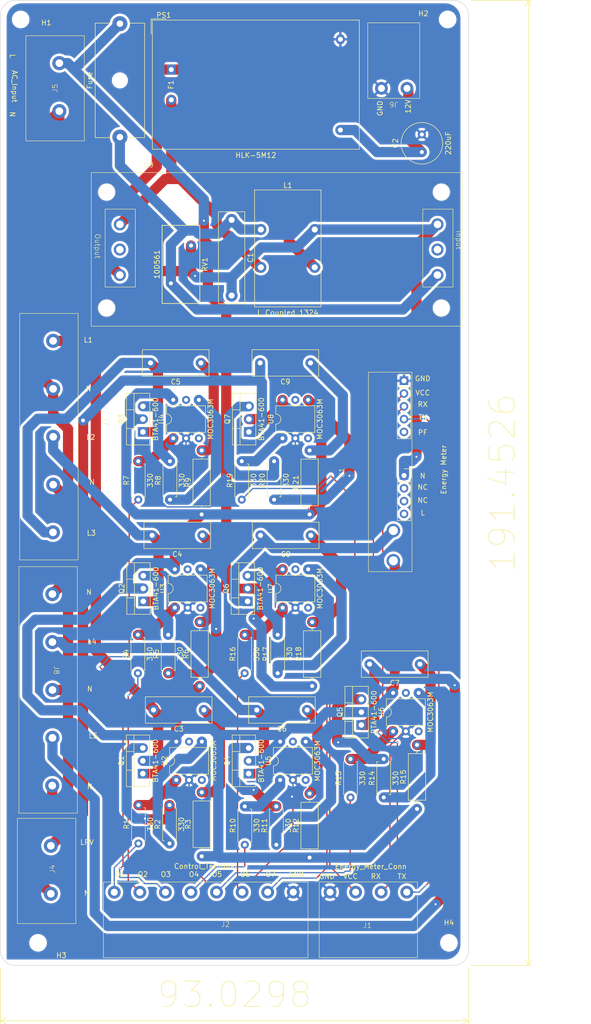
<source format=kicad_pcb>
(kicad_pcb (version 20241229) (generator "pcbnew") (generator_version "9.0")
  (layers (0 "F.Cu" signal) (2 "B.Cu" signal) (13 "F.Paste" user) (15 "B.Paste" user) (5 "F.SilkS" user "F.Silkscreen") (7 "B.SilkS" user "B.Silkscreen") (1 "F.Mask" user) (3 "B.Mask" user) (25 "Edge.Cuts" user))
  (net 0 "")
  (net 1 "/Lpv")
  (net 2 "/N")
  (net 3 "/GND")
  (net 4 "/12V")
  (net 5 "/L")
  (net 6 "/L5")
  (net 7 "/L2")
  (net 8 "/L4")
  (net 9 "/L3")
  (net 10 "/L1")
  (net 11 "/O2")
  (net 12 "/O3")
  (net 13 "/O7")
  (net 14 "/O5")
  (net 15 "/O4")
  (net 16 "/O1")
  (net 17 "/O6")
  (net 18 "/TX")
  (net 19 "/VCC")
  (net 20 "/RX")
  (net 22 "/Meter_out")
  (net 26 "Net-(C1-Pad1)")
  (net 27 "Net-(C5-Pad1)")
  (net 28 "/L(M.N)")
  (net 29 "Net-(R10-Pad2)")
  (net 30 "Net-(Q4-G)")
  (net 31 "Net-(R11-Pad1)")
  (net 32 "Net-(C6-Pad1)")
  (net 33 "Net-(R13-Pad2)")
  (net 34 "Net-(R14-Pad1)")
  (net 35 "Net-(Q5-G)")
  (net 36 "Net-(C7-Pad1)")
  (net 37 "Net-(R1-Pad2)")
  (net 38 "Net-(R2-Pad1)")
  (net 39 "Net-(Q1-G)")
  (net 40 "Net-(C3-Pad1)")
  (net 41 "Net-(R16-Pad2)")
  (net 42 "Net-(R17-Pad1)")
  (net 43 "Net-(Q6-G)")
  (net 44 "Net-(C8-Pad1)")
  (net 45 "Net-(R4-Pad2)")
  (net 46 "Net-(Q2-G)")
  (net 47 "Net-(R5-Pad1)")
  (net 48 "Net-(C4-Pad1)")
  (net 49 "Net-(R19-Pad2)")
  (net 50 "Net-(R20-Pad1)")
  (net 51 "Net-(Q7-G)")
  (net 52 "Net-(C9-Pad1)")
  (net 53 "Net-(R7-Pad2)")
  (net 54 "Net-(R8-Pad1)")
  (net 55 "Net-(Q3-G)")
  (net 70 "Net-(PS1-AC{slash}N)")
  (net 71 "Net-(PS1-AC{slash}L)")
  (footprint "Varistor:RV_Disc_D15.5mm_W7.5mm_P7.5mm" (layer "F.Cu") (at 182.245 111.379 90)
    (property "Reference" "RV1")
    (property "Value" "10D561")
  )
  (footprint "Capacitor_THT:C_Rect_L13.0mm_W5.0mm_P10.00mm_FKS3_FKP3_MKS4" (layer "F.Cu") (at 210.0498 161.3766 180)
    (property "Reference" "C8")
    (property "Value" "0.01µF")
  )
  (footprint "Converter_ACDC:Converter_ACDC_Hi-Link_HLK-5Mxx" (layer "F.Cu") (at 182.3227 68.9703)
    (property "Reference" "PS1")
    (property "Value" "HLK-5M12")
  )
  (footprint "MountingHole:MountingHole_3mm" (layer "F.Cu") (at 237.49 242.2144)
    (property "Reference" "H4")
    (property "Value" "MountingHole")
  )
  (footprint "Package_DIP:DIP-6_W7.62mm" (layer "F.Cu") (at 204.444 175.7276 90)
    (property "Reference" "U7")
    (property "Value" "MOC3063M")
  )
  (footprint "Capacitor_THT:C_Rect_L13.0mm_W5.0mm_P10.00mm_FKS3_FKP3_MKS4" (layer "F.Cu") (at 209.3081 196.0222 180)
    (property "Reference" "C6")
    (property "Value" "0.01µF")
  )
  (footprint "Resistor_THT:R_Axial_DIN0207_L6.3mm_D2.5mm_P7.62mm_Horizontal" (layer "F.Cu") (at 175.6859 188.722 90)
    (property "Reference" "R4")
    (property "Value" "330")
  )
  (footprint "Resistor_THT:R_Axial_DIN0207_L6.3mm_D2.5mm_P7.62mm_Horizontal" (layer "F.Cu") (at 196.9002 188.722 90)
    (property "Reference" "R16")
    (property "Value" "330")
  )
  (footprint "Resistor_THT:R_Axial_DIN0309_L9.0mm_D3.2mm_P12.70mm_Horizontal" (layer "F.Cu") (at 209.804 157.226 90)
    (property "Reference" "R21")
    (property "Value" "100")
  )
  (footprint "Capacitor_THT:C_Rect_L18.0mm_W5.0mm_P15.00mm_FKS3_FKP3" (layer "F.Cu") (at 194.31 98.799 -90)
    (property "Reference" "C1")
    (property "Value" "0.1uF/275V")
  )
  (footprint "smart_meter:RPC2" (layer "F.Cu") (at 168.2569 227.4692 -90)
    (property "Reference" "J4")
    (property "Value" "PV")
  )
  (footprint "Resistor_THT:R_Axial_DIN0207_L6.3mm_D2.5mm_P7.62mm_Horizontal" (layer "F.Cu") (at 196.9262 222.758 90)
    (property "Reference" "R10")
    (property "Value" "330")
  )
  (footprint "Resistor_THT:R_Axial_DIN0309_L9.0mm_D3.2mm_P12.70mm_Horizontal" (layer "F.Cu") (at 187.96 191.262 90)
    (property "Reference" "R6")
    (property "Value" "100")
  )
  (footprint "Package_TO_SOT_THT:TO-220-3_Vertical" (layer "F.Cu") (at 176.7549 174.4626 90)
    (property "Reference" "Q2")
    (property "Value" "BTA41-600")
  )
  (footprint "smart_meter:AC_filter" (layer "F.Cu") (at 240.119 89.408 -90)
    (property "Reference" "U9")
    (property "Value" "~")
    (fp_circle (center 3.875 70.635) (end 5.575 70.635) (stroke (width 0.1)) (fill no) (layer "Edge.Cuts"))
    (fp_circle (center 26.875 70.635) (end 28.575 70.635) (stroke (width 0.1)) (fill no) (layer "Edge.Cuts"))
    (fp_circle (center 3.875 4.135) (end 5.575 4.135) (stroke (width 0.1)) (fill no) (layer "Edge.Cuts"))
    (fp_circle (center 26.875 4.135) (end 28.575 4.135) (stroke (width 0.1)) (fill no) (layer "Edge.Cuts"))
  )
  (footprint "Fuse:Fuseholder_Cylinder-5x20mm_Schurter_0031_8201_Horizontal_Open" (layer "F.Cu") (at 172.1104 59.87 -90)
    (property "Reference" "F1")
    (property "Value" "Fuse")
  )
  (footprint "Package_DIP:DIP-6_W7.62mm" (layer "F.Cu") (at 226.3911 200.253 90)
    (property "Reference" "U6")
    (property "Value" "MOC3063M")
  )
  (footprint "MountingHole:MountingHole_3mm" (layer "F.Cu") (at 152.4 59.0296)
    (property "Reference" "H1")
    (property "Value" "MountingHole")
  )
  (footprint "Package_TO_SOT_THT:TO-220-3_Vertical" (layer "F.Cu") (at 220.0919 198.988 90)
    (property "Reference" "Q5")
    (property "Value" "BTA41-600")
  )
  (footprint "Resistor_THT:R_Axial_DIN0309_L9.0mm_D3.2mm_P12.70mm_Horizontal" (layer "F.Cu") (at 188.3696 225.044 90)
    (property "Reference" "R3")
    (property "Value" "100")
  )
  (footprint "smart_meter:RC4" (layer "F.Cu") (at 221.2308 223.5398)
    (property "Reference" "J1")
    (property "Value" "Energy_Meter_Conn")
  )
  (footprint "Package_DIP:DIP-6_W7.62mm" (layer "F.Cu") (at 204.4259 142.1234 90)
    (property "Reference" "U8")
    (property "Value" "MOC3063M")
  )
  (footprint "Capacitor_THT:C_Rect_L13.0mm_W5.0mm_P10.00mm_FKS3_FKP3_MKS4" (layer "F.Cu") (at 231.7175 186.923 180)
    (property "Reference" "C7")
    (property "Value" "0.01µF")
  )
  (footprint "Capacitor_THT:C_Radial_D8.0mm_H11.5mm_P3.50mm" (layer "F.Cu") (at 232.1052 85.344 90)
    (property "Reference" "C2")
    (property "Value" "220uF")
  )
  (footprint "Package_DIP:DIP-6_W7.62mm" (layer "F.Cu") (at 182.7181 142.1234 90)
    (property "Reference" "U4")
    (property "Value" "MOC3063M")
  )
  (footprint "Resistor_THT:R_Axial_DIN0207_L6.3mm_D2.5mm_P7.62mm_Horizontal" (layer "F.Cu") (at 181.7057 188.722 90)
    (property "Reference" "R5")
    (property "Value" "330")
  )
  (footprint "Resistor_THT:R_Axial_DIN0207_L6.3mm_D2.5mm_P7.62mm_Horizontal" (layer "F.Cu") (at 196.3233 154.29 90)
    (property "Reference" "R19")
    (property "Value" "330")
  )
  (footprint "MountingHole:MountingHole_3mm" (layer "F.Cu") (at 237.236 59.0296)
    (property "Reference" "H2")
    (property "Value" "MountingHole")
  )
  (footprint "smart_meter:RPC5" (layer "F.Cu") (at 168.5517 188.9828 -90)
    (property "Reference" "J8")
    (property "Value" "Loads2")
  )
  (footprint "Resistor_THT:R_Axial_DIN0309_L9.0mm_D3.2mm_P12.70mm_Horizontal" (layer "F.Cu") (at 231.14 215.646 90)
    (property "Reference" "R15")
    (property "Value" "100")
  )
  (footprint "smart_meter:RC2" (layer "F.Cu") (at 226.41435 79.3004 180)
    (property "Reference" "J6")
    (property "Value" "DC_out")
  )
  (footprint "Resistor_THT:R_Axial_DIN0207_L6.3mm_D2.5mm_P7.62mm_Horizontal" (layer "F.Cu") (at 175.7966 222.504 90)
    (property "Reference" "R1")
    (property "Value" "330")
  )
  (footprint "Capacitor_THT:C_Rect_L13.0mm_W5.0mm_P10.00mm_FKS3_FKP3_MKS4" (layer "F.Cu") (at 188.2007 127.1628 180)
    (property "Reference" "C5")
    (property "Value" "0.01µF")
  )
  (footprint "Resistor_THT:R_Axial_DIN0207_L6.3mm_D2.5mm_P7.62mm_Horizontal" (layer "F.Cu") (at 175.7585 154.29 90)
    (property "Reference" "R7")
    (property "Value" "330")
  )
  (footprint "Package_TO_SOT_THT:TO-220-3_Vertical" (layer "F.Cu") (at 176.6696 208.646 90)
    (property "Reference" "Q1")
    (property "Value" "BTA41-600")
  )
  (footprint "Resistor_THT:R_Axial_DIN0309_L9.0mm_D3.2mm_P12.70mm_Horizontal" (layer "F.Cu") (at 209.804 225.298 90)
    (property "Reference" "R12")
    (property "Value" "100")
  )
  (footprint "MountingHole:MountingHole_3mm" (layer "F.Cu") (at 155.8544 242.2144)
    (property "Reference" "H3")
    (property "Value" "MountingHole")
  )
  (footprint "Resistor_THT:R_Axial_DIN0309_L9.0mm_D3.2mm_P12.70mm_Horizontal" (layer "F.Cu") (at 188.3569 157.226 90)
    (property "Reference" "R9")
    (property "Value" "100")
  )
  (footprint "Capacitor_THT:C_Rect_L13.0mm_W5.0mm_P10.00mm_FKS3_FKP3_MKS4" (layer "F.Cu") (at 209.9847 127.1628 180)
    (property "Reference" "C9")
    (property "Value" "0.01µF")
  )
  (footprint "Package_TO_SOT_THT:TO-220-3_Vertical" (layer "F.Cu") (at 197.7003 208.646 90)
    (property "Reference" "Q4")
    (property "Value" "BTA41-600")
  )
  (footprint "Resistor_THT:R_Axial_DIN0207_L6.3mm_D2.5mm_P7.62mm_Horizontal" (layer "F.Cu") (at 182.0577 154.29 90)
    (property "Reference" "R8")
    (property "Value" "330")
  )
  (footprint "smart_meter:RPC2" (layer "F.Cu") (at 169.9421 72.204 -90)
    (property "Reference" "J5")
    (property "Value" "AC_Input")
  )
  (footprint "Package_TO_SOT_THT:TO-220-3_Vertical" (layer "F.Cu") (at 176.6823 140.8584 90)
    (property "Reference" "Q3")
    (property "Value" "BTA41-600")
  )
  (footprint "Capacitor_THT:C_Rect_L13.0mm_W5.0mm_P10.00mm_FKS3_FKP3_MKS4" (layer "F.Cu") (at 188.5129 161.3766 180)
    (property "Reference" "C4")
    (property "Value" "0.01µF")
  )
  (footprint "Inductor_THT:L_CommonMode_Wuerth_WE-CMB-M" (layer "F.Cu") (at 200.12 100.704)
    (property "Reference" "L1")
    (property "Value" "L_Coupled_1324")
  )
  (footprint "smart_meter:Energy_meter" (layer "F.Cu") (at 216.6736 148.9408 90)
    (property "Reference" "U1")
    (property "Value" "~")
  )
  (footprint "Resistor_THT:R_Axial_DIN0207_L6.3mm_D2.5mm_P7.62mm_Horizontal" (layer "F.Cu") (at 202.7495 154.29 90)
    (property "Reference" "R20")
    (property "Value" "330")
  )
  (footprint "Resistor_THT:R_Axial_DIN0207_L6.3mm_D2.5mm_P7.62mm_Horizontal" (layer "F.Cu") (at 203.2 222.758 90)
    (property "Reference" "R11")
    (property "Value" "330")
  )
  (footprint "Resistor_THT:R_Axial_DIN0207_L6.3mm_D2.5mm_P7.62mm_Horizontal" (layer "F.Cu") (at 217.932 213.36 90)
    (property "Reference" "R13")
    (property "Value" "330")
  )
  (footprint "smart_meter:RPC5" (layer "F.Cu") (at 168.698 138.7504 -90)
    (property "Reference" "J7")
    (property "Value" "Loads1")
  )
  (footprint "Resistor_THT:R_Axial_DIN0207_L6.3mm_D2.5mm_P7.62mm_Horizontal" (layer "F.Cu") (at 181.9688 222.504 90)
    (property "Reference" "R2")
    (property "Value" "330")
  )
  (footprint "Package_TO_SOT_THT:TO-220-3_Vertical" (layer "F.Cu") (at 197.4844 174.4626 90)
    (property "Reference" "Q6")
    (property "Value" "BTA41-600")
  )
  (footprint "Resistor_THT:R_Axial_DIN0309_L9.0mm_D3.2mm_P12.70mm_Horizontal" (layer "F.Cu") (at 210.312 191.262 90)
    (property "Reference" "R18")
    (property "Value" "100")
  )
  (footprint "smart_meter:RC8" (layer "F.Cu") (at 192.024 223.9662)
    (property "Reference" "J2")
    (property "Value" "Control_Terminal")
  )
  (footprint "Package_DIP:DIP-6_W7.62mm" (layer "F.Cu") (at 203.9487 209.911 90)
    (property "Reference" "U5")
    (property "Value" "MOC3063M")
  )
  (footprint "Package_TO_SOT_THT:TO-220-3_Vertical" (layer "F.Cu") (at 197.7457 140.8584 90)
    (property "Reference" "Q7")
    (property "Value" "BTA41-600")
  )
  (footprint "Package_DIP:DIP-6_W7.62mm" (layer "F.Cu") (at 183.315 209.911 90)
    (property "Reference" "U2")
    (property "Value" "MOC3063M")
  )
  (footprint "Capacitor_THT:C_Rect_L13.0mm_W5.0mm_P10.00mm_FKS3_FKP3_MKS4" (layer "F.Cu") (at 188.7976 196.0222 180)
    (property "Reference" "C3")
    (property "Value" "0.01µF")
  )
  (footprint "Resistor_THT:R_Axial_DIN0207_L6.3mm_D2.5mm_P7.62mm_Horizontal" (layer "F.Cu") (at 224.536 213.36 90)
    (property "Reference" "R14")
    (property "Value" "330")
  )
  (footprint "Package_DIP:DIP-6_W7.62mm" (layer "F.Cu") (at 183.0303 175.7276 90)
    (property "Reference" "U3")
    (property "Value" "MOC3063M")
  )
  (footprint "Resistor_THT:R_Axial_DIN0207_L6.3mm_D2.5mm_P7.62mm_Horizontal" (layer "F.Cu") (at 203.4534 188.722 90)
    (property "Reference" "R17")
    (property "Value" "330")
  )
  (gr_arc (start 241.395 243.6986) (mid 240.51632 245.81992) (end 238.395 246.6986) (stroke (width 0.1)) (layer "Edge.Cuts"))
  (gr_arc (start 151.3652 246.6986) (mid 149.24388 245.81992) (end 148.3652 243.6986) (stroke (width 0.1)) (layer "Edge.Cuts"))
  (gr_arc (start 148.3652 58.246) (mid 149.24388 56.12468) (end 151.3652 55.246) (stroke (width 0.1)) (layer "Edge.Cuts"))
  (gr_line (start 151.3652 55.246) (end 238.395 55.246) (stroke (width 0.1)) (layer "Edge.Cuts"))
  (gr_line (start 148.3652 243.6986) (end 148.3652 58.246) (stroke (width 0.1)) (layer "Edge.Cuts"))
  (gr_line (start 241.395 58.246) (end 241.395 243.6986) (stroke (width 0.1)) (layer "Edge.Cuts"))
  (gr_line (start 238.395 246.6986) (end 151.3652 246.6986) (stroke (width 0.1)) (layer "Edge.Cuts"))
  (gr_arc (start 238.395 55.246) (mid 240.51632 56.12468) (end 241.395 58.246) (stroke (width 0.1)) (layer "Edge.Cuts"))
  (gr_text "GND" (at 230.655953 130.8608 0) (layer "F.SilkS") (effects (font (size 1 1)) (justify left bottom)))
  (gr_text "L" (at 231.775 157.48 0) (layer "F.SilkS") (effects (font (size 1 1)) (justify left bottom)))
  (gr_text "L5" (at 165.8112 201.7268 0) (layer "F.SilkS") (effects (font (size 1 1)) (justify left bottom)))
  (gr_text "TX" (at 229.108 229.616 0) (layer "F.SilkS") (effects (font (size 1 1)) (justify right bottom)))
  (gr_text "LPV" (at 164.1348 222.8596 0) (layer "F.SilkS") (effects (font (size 1 1)) (justify left bottom)))
  (gr_text "NC" (at 231.155953 155.0162 0) (layer "F.SilkS") (effects (font (size 1 1)) (justify left bottom)))
  (gr_text "N" (at 165.9636 151.384 0) (layer "F.SilkS") (effects (font (size 1 1)) (justify left bottom)))
  (gr_text "N" (at 165.2524 132.8928 0) (layer "F.SilkS") (effects (font (size 1 1)) (justify left bottom)))
  (gr_text "O6" (at 195.8901 229.211 0) (layer "F.SilkS") (effects (font (size 1 1)) (justify left bottom)))
  (gr_text "N" (at 150.1648 77.216 270) (layer "F.SilkS") (effects (font (size 1 1)) (justify left bottom)))
  (gr_text "N" (at 165.5064 211.7852 0) (layer "F.SilkS") (effects (font (size 1 1)) (justify left bottom)))
  (gr_text "O1" (at 170.9981 229.211 0) (layer "F.SilkS") (effects (font (size 1 1)) (justify left bottom)))
  (gr_text "TX" (at 231.322619 138.5316 0) (layer "F.SilkS") (effects (font (size 1 1)) (justify left bottom)))
  (gr_text "GND" (at 214.884 229.616 0) (layer "F.SilkS") (effects (font (size 1 1)) (justify right bottom)))
  (gr_text "RX" (at 231.203572 135.9662 0) (layer "F.SilkS") (effects (font (size 1 1)) (justify left bottom)))
  (gr_text "L4" (at 165.608 183.0324 0) (layer "F.SilkS") (effects (font (size 1 1)) (justify left bottom)))
  (gr_text "O2" (at 175.5701 229.211 0) (layer "F.SilkS") (effects (font (size 1 1)) (justify left bottom)))
  (gr_text "L3" (at 165.4556 161.4932 0) (layer "F.SilkS") (effects (font (size 1 1)) (justify left bottom)))
  (gr_text "O3" (at 180.1421 229.211 0) (layer "F.SilkS") (effects (font (size 1 1)) (justify left bottom)))
  (gr_text "GND" (at 205.5421 229.211 0) (layer "F.SilkS") (effects (font (size 1 1)) (justify left bottom)))
  (gr_text "O5" (at 190.3021 229.211 0) (layer "F.SilkS") (effects (font (size 1 1)) (justify left bottom)))
  (gr_text "NC" (at 231.155953 152.4 0) (layer "F.SilkS") (effects (font (size 1 1)) (justify left bottom)))
  (gr_text "N" (at 231.655953 150.1648 0) (layer "F.SilkS") (effects (font (size 1 1)) (justify left bottom)))
  (gr_text "N" (at 165.5064 192.4304 0) (layer "F.SilkS") (effects (font (size 1 1)) (justify left bottom)))
  (gr_text "12V" (at 229.9703 77.7764 90) (layer "F.SilkS") (effects (font (size 1 1)) (justify left bottom)))
  (gr_text "L2" (at 165.354 142.494 0) (layer "F.SilkS") (effects (font (size 1 1)) (justify left bottom)))
  (gr_text "GND" (at 224.3823 78.2844 90) (layer "F.SilkS") (effects (font (size 1 1)) (justify left bottom)))
  (gr_text "O7" (at 200.9701 229.211 0) (layer "F.SilkS") (effects (font (size 1 1)) (justify left bottom)))
  (gr_text "PF" (at 231.251191 141.5542 0) (layer "F.SilkS") (effects (font (size 1 1)) (justify left bottom)))
  (gr_text "L1" (at 164.846 123.19 0) (layer "F.SilkS") (effects (font (size 1 1)) (justify left bottom)))
  (gr_text "L" (at 150.1648 65.786 270) (layer "F.SilkS") (effects (font (size 1 1)) (justify left bottom)))
  (gr_text "Energy Meter" (at 237.035391 153.3144 90) (layer "F.SilkS") (effects (font (size 1 1)) (justify left bottom)))
  (gr_text "N" (at 164.8968 232.918 0) (layer "F.SilkS") (effects (font (size 1 1)) (justify left bottom)))
  (gr_text "RX" (at 224.028 229.616 0) (layer "F.SilkS") (effects (font (size 1 1)) (justify right bottom)))
  (gr_text "VCC" (at 230.751191 133.6802 0) (layer "F.SilkS") (effects (font (size 1 1)) (justify left bottom)))
  (gr_text "N" (at 165.354 173.228 0) (layer "F.SilkS") (effects (font (size 1 1)) (justify left bottom)))
  (gr_text "O4" (at 185.7301 229.211 0) (layer "F.SilkS") (effects (font (size 1 1)) (justify left bottom)))
  (gr_text "VCC" (at 219.456 229.616 0) (layer "F.SilkS") (effects (font (size 1 1)) (justify right bottom)))
  (dimension (type orthogonal) (layer "F.SilkS") (pts (xy 241.395 55.246) (xy 241.395 246.6986)) (height 11.8938) (orientation 1) (format (prefix "") (suffix "") (units 3) (units_format 0) (precision 4) (suppress_zeroes yes)) (style (thickness 0.15) (arrow_length 1.27) (text_position_mode 0) (arrow_direction outward) (extension_height 0.58642) (extension_offset 0.5) (keep_text_aligned yes)) (gr_text "191.4526" (at 248.1388 150.9723 90) (layer "F.SilkS") (effects (font (size 5 5) (thickness 0.15)))))
  (dimension (type orthogonal) (layer "F.SilkS") (pts (xy 241.395 246.6986) (xy 148.3652 246.6986)) (height 10.959) (orientation 0) (format (prefix "") (suffix "") (units 3) (units_format 0) (precision 4) (suppress_zeroes yes)) (style (thickness 0.15) (arrow_length 1.27) (text_position_mode 0) (arrow_direction outward) (extension_height 0.58642) (extension_offset 0.5) (keep_text_aligned yes)) (gr_text "93.0298" (at 194.8801 252.5076 0) (layer "F.SilkS") (effects (font (size 5 5) (thickness 0.15)))))
  (segment (start 164.7884 216.5672) (end 164.7884 138.5771) (width 2.032) (layer "F.Cu") (net 1))
  (segment (start 158.3944 222.9612) (end 164.7884 216.5672) (width 2.032) (layer "F.Cu") (net 1))
  (via (at 164.7884 138.5771) (size 1.27) (drill 0.762) (layers "F.Cu" "B.Cu") (net 1))
  (segment (start 172.7002 130.6653) (end 199.9847 130.6653) (width 2.032) (layer "B.Cu") (net 1))
  (segment (start 200.3257 131.0063) (end 200.3257 139.2905) (width 2.032) (layer "B.Cu") (net 1))
  (segment (start 199.9847 127.1628) (end 199.9847 130.6653) (width 2.032) (layer "B.Cu") (net 1))
  (segment (start 164.7884 138.5771) (end 172.7002 130.6653) (width 2.032) (layer "B.Cu") (net 1))
  (segment (start 200.3257 139.2905) (end 198.7578 140.8584) (width 2.032) (layer "B.Cu") (net 1))
  (segment (start 198.7578 140.8584) (end 197.7457 140.8584) (width 2.032) (layer "B.Cu") (net 1))
  (segment (start 199.9847 130.6653) (end 200.3257 131.0063) (width 2.032) (layer "B.Cu") (net 1))
  (segment (start 161.7879 192.0508) (end 161.8147 192.024) (width 2.032) (layer "F.Cu") (net 2))
  (segment (start 161.8147 154.2671) (end 161.8147 156.3124) (width 2.032) (layer "F.Cu") (net 2))
  (segment (start 161.8147 156.3124) (end 161.8147 171.45) (width 2.032) (layer "F.Cu") (net 2))
  (segment (start 160.0796 77.216) (end 154.2796 83.016) (width 2.032) (layer "F.Cu") (net 2))
  (segment (start 160.274 171.45) (end 161.8147 171.45) (width 2.032) (layer "F.Cu") (net 2))
  (segment (start 186.245 108.9465) (end 186.245 109.1066) (width 2.032) (layer "F.Cu") (net 2))
  (segment (start 158.86 151.3124) (end 161.8147 154.2671) (width 2.032) (layer "F.Cu") (net 2))
  (segment (start 158.8455 132.3124) (end 158.8455 137.3124) (width 2.032) (layer "F.Cu") (net 2))
  (segment (start 161.8147 192.024) (end 161.8147 196.36) (width 2.032) (layer "F.Cu") (net 2))
  (segment (start 160.0796 101.5595) (end 170.9738 112.4537) (width 2.032) (layer "F.Cu") (net 2))
  (segment (start 153.7716 227.8584) (end 153.7716 220.3684) (width 2.032) (layer "F.Cu") (net 2))
  (segment (start 176.7699 112.4537) (end 180.2771 108.9465) (width 2.032) (layer "F.Cu") (net 2))
  (segment (start 156.5392 217.6008) (end 158.818 215.322) (width 2.032) (layer "F.Cu") (net 2))
  (segment (start 154.2796 127.7465) (end 158.8455 132.3124) (width 2.032) (layer "F.Cu") (net 2))
  (segment (start 186.245 103.879) (end 186.245 108.9465) (width 2.032) (layer "F.Cu") (net 2))
  (segment (start 158.7137 192.0508) (end 161.7879 192.0508) (width 2.032) (layer "F.Cu") (net 2))
  (segment (start 158.6717 211.0128) (end 158.6717 215.4683) (width 2.032) (layer "F.Cu") (net 2))
  (segment (start 170.9738 112.4537) (end 176.7699 112.4537) (width 2.032) (layer "F.Cu") (net 2))
  (segment (start 161.8147 171.45) (end 161.8147 177.334) (width 2.032) (layer "F.Cu") (net 2))
  (segment (start 161.8147 196.36) (end 161.8147 212.3253) (width 2.032) (layer "F.Cu") (net 2))
  (segment (start 161.8147 177.334) (end 161.8147 192.024) (width 2.032) (layer "F.Cu") (net 2))
  (segment (start 158.6992 173.0248) (end 160.274 171.45) (width 2.032) (layer "F.Cu") (net 2))
  (segment (start 161.8147 140.2816) (end 161.8147 156.3124) (width 2.032) (layer "F.Cu") (net 2))
  (segment (start 161.8147 212.3253) (end 158.818 215.322) (width 2.032) (layer "F.Cu") (net 2))
  (segment (start 158.8455 137.3124) (end 161.8147 140.2816) (width 2.032) (layer "F.Cu") (net 2))
  (segment (start 158.6717 215.4683) (end 156.5392 217.6008) (width 2.032) (layer "F.Cu") (net 2))
  (segment (start 231.0325 145.7877) (end 231.0325 103.8695) (width 2.032) (layer "F.Cu") (net 2))
  (segment (start 160.0796 77.216) (end 160.0796 101.5595) (width 2.032) (layer "F.Cu") (net 2))
  (segment (start 180.2771 108.9465) (end 186.245 108.9465) (width 2.032) (layer "F.Cu") (net 2))
  (segment (start 186.245 109.1066) (end 187.0446 109.9062) (width 2.032) (layer "F.Cu") (net 2))
  (segment (start 153.7716 220.3684) (end 156.5392 217.6008) (width 2.032) (layer "F.Cu") (net 2))
  (segment (start 154.2796 83.016) (end 154.2796 127.7465) (width 2.032) (layer "F.Cu") (net 2))
  (segment (start 158.3944 232.4812) (end 153.7716 227.8584) (width 2.032) (layer "F.Cu") (net 2))
  (segment (start 231.0325 103.8695) (end 235.214 99.688) (width 2.032) (layer "F.Cu") (net 2))
  (via (at 187.0446 109.9062) (size 0.8) (drill 0.4) (layers "F.Cu" "B.Cu") (net 2))
  (via (at 231.0325 145.7877) (size 0.8) (drill 0.4) (layers "F.Cu" "B.Cu") (net 2))
  (segment (start 228.5736 146.6188) (end 230.2014 146.6188) (width 2.032) (layer "B.Cu") (net 2))
  (segment (start 228.5736 149.5008) (end 228.5736 146.6188) (width 2.032) (layer "B.Cu") (net 2))
  (segment (start 210.82 100.704) (end 207.2608 104.2632) (width 2.032) (layer "B.Cu") (net 2))
  (segment (start 235.214 99.688) (end 234.198 100.704) (width 2.032) (layer "B.Cu") (net 2))
  (segment (start 187.0446 109.9062) (end 187.3413 110.2029) (width 2.032) (layer "B.Cu") (net 2))
  (segment (start 230.2014 146.6188) (end 231.0325 145.7877) (width 2.032) (layer "B.Cu") (net 2))
  (segment (start 200.2497 104.2632) (end 194.31 110.2029) (width 2.032) (layer "B.Cu") (net 2))
  (segment (start 207.2608 104.2632) (end 200.2497 104.2632) (width 2.032) (layer "B.Cu") (net 2))
  (segment (start 187.3413 110.2029) (end 194.31 110.2029) (width 2.032) (layer "B.Cu") (net 2))
  (segment (start 194.31 110.2029) (end 194.31 113.799) (width 2.032) (layer "B.Cu") (net 2))
  (segment (start 234.198 100.704) (end 210.82 100.704) (width 2.032) (layer "B.Cu") (net 2))
  (segment (start 189.0776 235.7628) (end 189.0776 229.8922) (width 0.254) (layer "F.Cu") (net 3))
  (segment (start 225.7688 227.743323) (end 223.005077 227.743323) (width 0.254) (layer "F.Cu") (net 3))
  (segment (start 185.855 226.6696) (end 185.855 209.911) (width 0.254) (layer "F.Cu") (net 3))
  (segment (start 197.358 235.7628) (end 197.2056 235.7628) (width 0.254) (layer "F.Cu") (net 3))
  (segment (start 189.0776 229.8922) (end 185.855 226.6696) (width 0.254) (layer "F.Cu") (net 3))
  (segment (start 228.9311 200.253) (end 228.57702 200.253) (width 0.254) (layer "F.Cu") (net 3))
  (segment (start 221.488 229.2604) (end 221.488 234.2388) (width 0.254) (layer "F.Cu") (net 3))
  (segment (start 198.9836 234.1372) (end 197.358 235.7628) (width 0.254) (layer "F.Cu") (net 3))
  (segment (start 206.2988 213.2076) (end 206.4887 213.3975) (width 0.254) (layer "F.Cu") (net 3))
  (segment (start 198.9836 229.0572) (end 198.9836 234.1372) (width 0.254) (layer "F.Cu") (net 3))
  (segment (start 228.57702 200.253) (end 225.7688 203.06122) (width 0.254) (layer "F.Cu") (net 3))
  (segment (start 221.488 234.2388) (end 219.964 235.7628) (width 0.254) (layer "F.Cu") (net 3))
  (segment (start 206.4887 213.3975) (end 206.4887 221.5521) (width 0.254) (layer "F.Cu") (net 3))
  (segment (start 219.964 235.7628) (end 197.2056 235.7628) (width 0.254) (layer "F.Cu") (net 3))
  (segment (start 223.005077 227.743323) (end 221.488 229.2604) (width 0.254) (layer "F.Cu") (net 3))
  (segment (start 197.2056 235.7628) (end 189.0776 235.7628) (width 0.254) (layer "F.Cu") (net 3))
  (segment (start 206.4887 221.5521) (end 198.9836 229.0572) (width 0.254) (layer "F.Cu") (net 3))
  (segment (start 225.7688 203.06122) (end 225.7688 227.743323) (width 0.254) (layer "F.Cu") (net 3))
  (via (at 206.2988 213.2076) (size 0.8) (drill 0.4) (layers "F.Cu" "B.Cu") (net 3))
  (segment (start 206.2988 213.2076) (end 206.4887 213.0177) (width 0.254) (layer "B.Cu") (net 3))
  (segment (start 206.2988 213.2076) (end 206.2988 211.9884) (width 0.254) (layer "B.Cu") (net 3))
  (segment (start 185.855 209.911) (end 185.855 212.8234) (width 0.254) (layer "B.Cu") (net 3))
  (segment (start 190.112388 155.7388) (end 194.900388 150.9508) (width 0.254) (layer "B.Cu") (net 3))
  (segment (start 180.6089 151.649488) (end 180.6089 154.890113) (width 0.254) (layer "B.Cu") (net 3))
  (segment (start 185.2581 147.000288) (end 180.6089 151.649488) (width 0.254) (layer "B.Cu") (net 3))
  (segment (start 185.2581 142.1234) (end 185.2581 147.000288) (width 0.254) (layer "B.Cu") (net 3))
  (segment (start 180.6089 154.890113) (end 181.457587 155.7388) (width 0.254) (layer "B.Cu") (net 3))
  (segment (start 206.9659 147.334513) (end 206.9659 142.1234) (width 0.254) (layer "B.Cu") (net 3))
  (segment (start 194.900388 150.9508) (end 203.349613 150.9508) (width 0.254) (layer "B.Cu") (net 3))
  (segment (start 203.349613 150.9508) (end 206.9659 147.334513) (width 0.254) (layer "B.Cu") (net 3))
  (segment (start 181.457587 155.7388) (end 190.112388 155.7388) (width 0.254) (layer "B.Cu") (net 3))
  (segment (start 185.855 212.8234) (end 185.8264 212.852) (width 0.254) (layer "B.Cu") (net 3))
  (segment (start 206.4887 213.0177) (end 206.4887 209.911) (width 0.254) (layer "B.Cu") (net 3))
  (segment (start 206.2988 211.9884) (end 206.248 211.9376) (width 0.254) (layer "B.Cu") (net 3))
  (segment (start 232.1052 85.344) (end 229.4116 82.6504) (width 2.032) (layer "F.Cu") (net 4))
  (segment (start 229.4116 72.94565) (end 229.15755 72.6916) (width 2.032) (layer "F.Cu") (net 4))
  (segment (start 229.4116 82.6504) (end 229.4116 72.94565) (width 2.032) (layer "F.Cu") (net 4))
  (segment (start 232.1052 85.344) (end 223.1784 85.344) (width 2.032) (layer "B.Cu") (net 4))
  (segment (start 223.1784 85.344) (end 218.8047 80.9703) (width 2.032) (layer "B.Cu") (net 4))
  (segment (start 215.9227 80.9703) (end 218.8047 80.9703) (width 2.032) (layer "B.Cu") (net 4))
  (segment (start 194.4527 171.8593) (end 194.516 171.9226) (width 1.9048) (layer "F.Cu") (net 5))
  (segment (start 193.2432 171.6886) (end 193.2432 117.1001) (width 2.032) (layer "F.Cu") (net 5))
  (segment (start 189.5863 113.4432) (end 189.5863 103.6259) (width 2.032) (layer "F.Cu") (net 5))
  (segment (start 197.4844 171.9226) (end 200.0101 171.9226) (width 2.032) (layer "F.Cu") (net 5))
  (segment (start 200.0101 176.5687) (end 198.6866 177.8922) (width 2.032) (layer "F.Cu") (net 5))
  (segment (start 193.0725 171.8593) (end 193.2432 171.6886) (width 2.032) (layer "F.Cu") (net 5))
  (segment (start 188.7862 102.8258) (end 188.7862 98.955) (width 2.032) (layer "F.Cu") (net 5))
  (segment (start 189.5863 103.6259) (end 188.7862 102.8258) (width 2.032) (layer "F.Cu") (net 5))
  (segment (start 197.4844 171.9226) (end 194.516 171.9226) (width 1.9048) (layer "F.Cu") (net 5))
  (segment (start 200.0101 171.9226) (end 200.0101 176.5687) (width 2.032) (layer "F.Cu") (net 5))
  (segment (start 200.629 171.9226) (end 204.444 168.1076) (width 2.032) (layer "F.Cu") (net 5))
  (segment (start 200.0101 171.9226) (end 200.629 171.9226) (width 2.032) (layer "F.Cu") (net 5))
  (segment (start 193.0725 171.8593) (end 194.4527 171.8593) (width 1.9048) (layer "F.Cu") (net 5))
  (segment (start 193.2432 117.1001) (end 189.5863 113.4432) (width 2.032) (layer "F.Cu") (net 5))
  (via (at 198.6866 177.8922) (size 0.8) (drill 0.4) (layers "F.Cu" "B.Cu") (net 5))
  (via (at 188.7862 98.955) (size 0.8) (drill 0.4) (layers "F.Cu" "B.Cu") (net 5))
  (segment (start 161.7628 67.696) (end 163.0236 68.9568) (width 2.032) (layer "B.Cu") (net 5))
  (segment (start 160.0796 67.696) (end 161.7628 67.696) (width 2.032) (layer "B.Cu") (net 5))
  (segment (start 200.2484 179.454) (end 198.6866 177.8922) (width 2.032) (layer "B.Cu") (net 5))
  (segment (start 202.4641 191.356) (end 200.2484 189.1403) (width 2.032) (layer "B.Cu") (net 5))
  (segment (start 172.1104 59.87) (end 163.0236 68.9568) (width 2.032) (layer "B.Cu") (net 5))
  (segment (start 163.0236 68.9568) (end 188.7862 94.7194) (width 2.032) (layer "B.Cu") (net 5))
  (segment (start 200.2484 189.1403) (end 200.2484 179.454) (width 2.032) (layer "B.Cu") (net 5))
  (segment (start 210.218 191.356) (end 202.4641 191.356) (width 2.032) (layer "B.Cu") (net 5))
  (segment (start 210.312 191.262) (end 210.218 191.356) (width 2.032) (layer "B.Cu") (net 5))
  (segment (start 188.7862 94.7194) (end 188.7862 98.955) (width 2.032) (layer "B.Cu") (net 5))
  (segment (start 221.1684 198.988) (end 220.0919 198.988) (width 2.032) (layer "F.Cu") (net 6))
  (segment (start 222.6579 187.8634) (end 222.6579 197.4985) (width 2.032) (layer "F.Cu") (net 6))
  (segment (start 221.7175 186.923) (end 222.6579 187.8634) (width 2.032) (layer "F.Cu") (net 6))
  (segment (start 238.6433 230.7418) (end 238.6433 191.1117) (width 2.032) (layer "F.Cu") (net 6))
  (segment (start 234.8379 234.5472) (end 238.6433 230.7418) (width 2.032) (layer "F.Cu") (net 6))
  (segment (start 222.6579 197.4985) (end 221.1684 198.988) (width 2.032) (layer "F.Cu") (net 6))
  (via (at 234.8379 234.5472) (size 0.8) (drill 0.4) (layers "F.Cu" "B.Cu") (net 6))
  (via (at 238.6433 191.1117) (size 0.8) (drill 0.4) (layers "F.Cu" "B.Cu") (net 6))
  (segment (start 230.5235 238.8616) (end 169.672 238.8616) (width 2.032) (layer "B.Cu") (net 6))
  (segment (start 158.7137 205.3481) (end 158.7137 201.5448) (width 2.032) (layer "B.Cu") (net 6))
  (segment (start 238.6433 191.1117) (end 237.3775 189.8459) (width 2.032) (layer "B.Cu") (net 6))
  (segment (start 224.6404 189.8459) (end 221.7175 186.923) (width 2.032) (layer "B.Cu") (net 6))
  (segment (start 237.3775 189.8459) (end 224.6404 189.8459) (width 2.032) (layer "B.Cu") (net 6))
  (segment (start 167.1097 236.2993) (end 167.1097 213.7441) (width 2.032) (layer "B.Cu") (net 6))
  (segment (start 169.672 238.8616) (end 167.1097 236.2993) (width 2.032) (layer "B.Cu") (net 6))
  (segment (start 167.1097 213.7441) (end 158.7137 205.3481) (width 2.032) (layer "B.Cu") (net 6))
  (segment (start 234.8379 234.5472) (end 230.5235 238.8616) (width 2.032) (layer "B.Cu") (net 6))
  (segment (start 179.7866 174.3993) (end 179.7233 174.4626) (width 1.9048) (layer "F.Cu") (net 7))
  (segment (start 179.7866 162.6503) (end 179.7866 174.3993) (width 2.032) (layer "F.Cu") (net 7))
  (segment (start 178.5129 161.3766) (end 179.7866 162.6503) (width 2.032) (layer "F.Cu") (net 7))
  (segment (start 176.7549 174.4626) (end 179.7233 174.4626) (width 1.9048) (layer "F.Cu") (net 7))
  (segment (start 158.86 144.5344) (end 175.7022 161.3766) (width 2.032) (layer "B.Cu") (net 7))
  (segment (start 175.7022 161.3766) (end 178.5129 161.3766) (width 2.032) (layer "B.Cu") (net 7))
  (segment (start 158.86 141.8184) (end 158.86 144.5344) (width 2.032) (layer "B.Cu") (net 7))
  (segment (start 200.732 208.5827) (end 200.6687 208.646) (width 1.9048) (layer "F.Cu") (net 8))
  (segment (start 199.3081 196.0222) (end 200.732 197.4461) (width 2.032) (layer "F.Cu") (net 8))
  (segment (start 200.732 197.4461) (end 200.732 208.5827) (width 2.032) (layer "F.Cu") (net 8))
  (segment (start 197.7003 208.646) (end 200.6687 208.646) (width 1.9048) (layer "F.Cu") (net 8))
  (segment (start 183.7996 183.7163) (end 196.1055 196.0222) (width 2.032) (layer "B.Cu") (net 8))
  (segment (start 161.5167 183.7163) (end 183.7996 183.7163) (width 2.032) (layer "B.Cu") (net 8))
  (segment (start 196.1055 196.0222) (end 199.3081 196.0222) (width 2.032) (layer "B.Cu") (net 8))
  (segment (start 158.6992 182.5448) (end 160.3452 182.5448) (width 2.032) (layer "B.Cu") (net 8))
  (segment (start 160.3452 182.5448) (end 161.5167 183.7163) (width 2.032) (layer "B.Cu") (net 8))
  (segment (start 176.6823 140.8584) (end 179.6507 140.8584) (width 1.9048) (layer "F.Cu") (net 9))
  (segment (start 179.6507 140.8207) (end 179.6507 140.8584) (width 1.9048) (layer "F.Cu") (net 9))
  (segment (start 179.6763 140.7951) (end 179.6507 140.8207) (width 1.9048) (layer "F.Cu") (net 9))
  (segment (start 178.2007 127.1628) (end 179.6763 128.6384) (width 2.032) (layer "F.Cu") (net 9))
  (segment (start 179.6763 128.6384) (end 179.6763 140.7951) (width 2.032) (layer "F.Cu") (net 9))
  (segment (start 155.8036 138.2268) (end 153.7716 140.2588) (width 2.032) (layer "B.Cu") (net 9))
  (segment (start 172.6083 127.1628) (end 161.5443 138.2268) (width 2.032) (layer "B.Cu") (net 9))
  (segment (start 157.1228 160.7804) (end 158.818 160.7804) (width 2.032) (layer "B.Cu") (net 9))
  (segment (start 178.2007 127.1628) (end 172.6083 127.1628) (width 2.032) (layer "B.Cu") (net 9))
  (segment (start 153.7716 140.2588) (end 153.7716 157.4292) (width 2.032) (layer "B.Cu") (net 9))
  (segment (start 153.7716 157.4292) (end 157.1228 160.7804) (width 2.032) (layer "B.Cu") (net 9))
  (segment (start 161.5443 138.2268) (end 155.8036 138.2268) (width 2.032) (layer "B.Cu") (net 9))
  (segment (start 167.3301 125.2169) (end 164.9056 122.7924) (width 2.032) (layer "F.Cu") (net 10))
  (segment (start 178.7976 196.0222) (end 179.7013 196.9259) (width 2.032) (layer "F.Cu") (net 10))
  (segment (start 179.7013 208.5827) (end 179.638 208.646) (width 1.9048) (layer "F.Cu") (net 10))
  (segment (start 179.7013 196.9259) (end 179.7013 208.5827) (width 2.032) (layer "F.Cu") (net 10))
  (segment (start 178.7976 196.0222) (end 178.7976 195.7719) (width 2.032) (layer "F.Cu") (net 10))
  (segment (start 167.3301 184.3044) (end 167.3301 125.2169) (width 2.032) (layer "F.Cu") (net 10))
  (segment (start 178.7976 195.7719) (end 167.3301 184.3044) (width 2.032) (layer "F.Cu") (net 10))
  (segment (start 176.6696 208.646) (end 179.638 208.646) (width 1.9048) (layer "F.Cu") (net 10))
  (segment (start 164.9056 122.7924) (end 158.8455 122.7924) (width 2.032) (layer "F.Cu") (net 10))
  (segment (start 173.7629 229.8629) (end 176.076 232.176) (width 0.254) (layer "F.Cu") (net 11))
  (segment (start 173.7629 193.1888) (end 173.7629 229.8629) (width 0.254) (layer "F.Cu") (net 11))
  (via (at 173.7629 193.1888) (size 0.381) (drill 0.2032) (layers "F.Cu" "B.Cu") (net 11))
  (segment (start 175.6859 191.2658) (end 175.6859 188.722) (width 0.254) (layer "B.Cu") (net 11))
  (segment (start 173.7629 193.1888) (end 175.6859 191.2658) (width 0.254) (layer "B.Cu") (net 11))
  (segment (start 172.1612 227.4824) (end 172.7248 226.9188) (width 0.254) (layer "F.Cu") (net 12))
  (segment (start 172.7248 192.1261) (end 168.0884 187.4897) (width 0.254) (layer "F.Cu") (net 12))
  (segment (start 175.7585 154.29) (end 173.9515 156.097) (width 0.254) (layer "F.Cu") (net 12))
  (segment (start 172.7248 226.9188) (end 172.7248 192.1261) (width 0.254) (layer "F.Cu") (net 12))
  (segment (start 173.9515 156.097) (end 173.9515 185.4462) (width 0.254) (layer "F.Cu") (net 12))
  (via (at 173.9515 185.4462) (size 0.381) (drill 0.2032) (layers "F.Cu" "B.Cu") (net 12))
  (via (at 172.1612 227.4824) (size 0.508) (drill 0.2794) (layers "F.Cu" "B.Cu") (net 12))
  (via (at 168.0884 187.4897) (size 0.381) (drill 0.2032) (layers "F.Cu" "B.Cu") (net 12))
  (segment (start 173.9515 185.4462) (end 170.1319 185.4462) (width 0.254) (layer "B.Cu") (net 12))
  (segment (start 172.0596 227.584) (end 172.0596 229.1406) (width 0.254) (layer "B.Cu") (net 12))
  (segment (start 177.060792 230.4653) (end 179.4453 230.4653) (width 0.254) (layer "B.Cu") (net 12))
  (segment (start 172.1612 227.4824) (end 172.0596 227.584) (width 0.254) (layer "B.Cu") (net 12))
  (segment (start 179.4453 230.4653) (end 181.156 232.176) (width 0.254) (layer "B.Cu") (net 12))
  (segment (start 170.1319 185.4462) (end 168.0884 187.4897) (width 0.254) (layer "B.Cu") (net 12))
  (segment (start 175.837692 229.2422) (end 177.060792 230.4653) (width 0.254) (layer "B.Cu") (net 12))
  (segment (start 172.1612 229.2422) (end 175.837692 229.2422) (width 0.254) (layer "B.Cu") (net 12))
  (segment (start 172.0596 229.1406) (end 172.1612 229.2422) (width 0.254) (layer "B.Cu") (net 12))
  (segment (start 213.2411 189.6838) (end 218.7956 184.1293) (width 0.254) (layer "F.Cu") (net 13))
  (segment (start 211.1756 229.362) (end 213.2411 227.2965) (width 0.254) (layer "F.Cu") (net 13))
  (segment (start 218.7956 184.1293) (end 218.7956 154.3559) (width 0.254) (layer "F.Cu") (net 13))
  (segment (start 213.2411 227.2965) (end 213.2411 189.6838) (width 0.254) (layer "F.Cu") (net 13))
  (segment (start 218.7956 154.3559) (end 214.0044 149.5647) (width 0.254) (layer "F.Cu") (net 13))
  (via (at 214.0044 149.5647) (size 0.381) (drill 0.2032) (layers "F.Cu" "B.Cu") (net 13))
  (via (at 211.1756 229.362) (size 0.381) (drill 0.2032) (layers "F.Cu" "B.Cu") (net 13))
  (segment (start 211.1756 229.362) (end 204.27 229.362) (width 0.254) (layer "B.Cu") (net 13))
  (segment (start 198.5377 152.0756) (end 211.4935 152.0756) (width 0.254) (layer "B.Cu") (net 13))
  (segment (start 204.27 229.362) (end 201.476 232.156) (width 0.254) (layer "B.Cu") (net 13))
  (segment (start 196.3233 154.29) (end 198.5377 152.0756) (width 0.254) (layer "B.Cu") (net 13))
  (segment (start 211.4935 152.0756) (end 214.0044 149.5647) (width 0.254) (layer "B.Cu") (net 13))
  (segment (start 217.8638 213.4282) (end 217.932 213.36) (width 0.254) (layer "F.Cu") (net 14))
  (segment (start 217.8638 227.9904) (end 217.8638 213.4282) (width 0.254) (layer "F.Cu") (net 14))
  (via (at 217.8638 227.9904) (size 0.381) (drill 0.2032) (layers "F.Cu" "B.Cu") (net 14))
  (segment (start 216.5727 228.2952) (end 195.1768 228.2952) (width 0.254) (layer "B.Cu") (net 14))
  (segment (start 195.1768 228.2952) (end 191.316 232.156) (width 0.254) (layer "B.Cu") (net 14))
  (segment (start 216.8775 227.9904) (end 216.5727 228.2952) (width 0.254) (layer "B.Cu") (net 14))
  (segment (start 217.8638 227.9904) (end 216.8775 227.9904) (width 0.254) (layer "B.Cu") (net 14))
  (segment (start 196.9262 226.9843) (end 196.9262 222.758) (width 0.254) (layer "F.Cu") (net 15))
  (segment (start 196.7839 227.1266) (end 196.9262 226.9843) (width 0.254) (layer "F.Cu") (net 15))
  (via (at 196.7839 227.1266) (size 0.381) (drill 0.2032) (layers "F.Cu" "B.Cu") (net 15))
  (segment (start 186.236 232.176) (end 191.2854 227.1266) (width 0.254) (layer "B.Cu") (net 15))
  (segment (start 191.2854 227.1266) (end 196.7839 227.1266) (width 0.254) (layer "B.Cu") (net 15))
  (segment (start 170.996 232.176) (end 170.996 227.3046) (width 0.254) (layer "B.Cu") (net 16))
  (segment (start 170.996 227.3046) (end 175.7966 222.504) (width 0.254) (layer "B.Cu") (net 16))
  (segment (start 195.484 231.244) (end 196.396 232.156) (width 0.254) (layer "F.Cu") (net 17))
  (segment (start 196.9002 188.722) (end 195.484 190.1382) (width 0.254) (layer "F.Cu") (net 17))
  (segment (start 195.484 190.1382) (end 195.484 231.244) (width 0.254) (layer "F.Cu") (net 17))
  (segment (start 235.4941 140.7603) (end 232.9675 138.2337) (width 0.254) (layer "F.Cu") (net 18))
  (segment (start 232.9352 230.7702) (end 235.4941 228.2113) (width 0.254) (layer "F.Cu") (net 18))
  (segment (start 235.4941 228.2113) (end 235.4941 140.7603) (width 0.254) (layer "F.Cu") (net 18))
  (via (at 232.9352 230.7702) (size 0.381) (drill 0.2032) (layers "F.Cu" "B.Cu") (net 18))
  (via (at 232.9675 138.2337) (size 0.381) (drill 0.2032) (layers "F.Cu" "B.Cu") (net 18))
  (segment (start 228.5586 138.3208) (end 230.5516 138.3208) (width 0.254) (layer "B.Cu") (net 18))
  (segment (start 230.6387 138.2337) (end 230.5516 138.3208) (width 0.254) (layer "B.Cu") (net 18))
  (segment (start 232.9675 138.2337) (end 230.6387 138.2337) (width 0.254) (layer "B.Cu") (net 18))
  (segment (start 229.108 232.156) (end 231.5494 232.156) (width 0.254) (layer "B.Cu") (net 18))
  (segment (start 231.5494 232.156) (end 232.9352 230.7702) (width 0.254) (layer "B.Cu") (net 18))
  (segment (start 218.948 232.156) (end 213.825 227.033) (width 0.254) (layer "F.Cu") (net 19))
  (segment (start 222.4815 183.7645) (end 222.4815 139.3179) (width 0.254) (layer "F.Cu") (net 19))
  (segment (start 213.825 227.033) (end 213.825 192.421) (width 0.254) (layer "F.Cu") (net 19))
  (segment (start 222.4815 139.3179) (end 228.5586 133.2408) (width 0.254) (layer "F.Cu") (net 19))
  (segment (start 213.825 192.421) (end 222.4815 183.7645) (width 0.254) (layer "F.Cu") (net 19))
  (segment (start 223.3211 200.4537) (end 224.3384 199.4364) (width 0.254) (layer "F.Cu") (net 20))
  (segment (start 227.2479 228.9361) (end 227.2479 202.4636) (width 0.254) (layer "F.Cu") (net 20))
  (segment (start 224.028 232.156) (end 227.2479 228.9361) (width 0.254) (layer "F.Cu") (net 20))
  (segment (start 224.3384 140.001) (end 228.5586 135.7808) (width 0.254) (layer "F.Cu") (net 20))
  (segment (start 224.3384 199.4364) (end 224.3384 140.001) (width 0.254) (layer "F.Cu") (net 20))
  (via (at 223.3211 200.4537) (size 0.381) (drill 0.2032) (layers "F.Cu" "B.Cu") (net 20))
  (via (at 227.2479 202.4636) (size 0.381) (drill 0.2032) (layers "F.Cu" "B.Cu") (net 20))
  (segment (start 225.331 202.4636) (end 223.3211 200.4537) (width 0.254) (layer "B.Cu") (net 20))
  (segment (start 227.2479 202.4636) (end 225.331 202.4636) (width 0.254) (layer "B.Cu") (net 20))
  (segment (start 226.3911 192.633) (end 226.0177 192.2596) (width 2.032) (layer "F.Cu") (net 22))
  (segment (start 183.0303 162.5526) (end 188.3569 157.226) (width 2.032) (layer "F.Cu") (net 22))
  (segment (start 226.7175 191.5598) (end 226.0177 192.2596) (width 1.5998) (layer "F.Cu") (net 22))
  (segment (start 197.7457 138.3184) (end 201.455 138.3184) (width 2.032) (layer "F.Cu") (net 22))
  (segment (start 201.455 138.3184) (end 204.4259 135.3475) (width 2.032) (layer "F.Cu") (net 22))
  (segment (start 226.7175 166.6947) (end 226.4436 166.4208) (width 2.032) (layer "F.Cu") (net 22))
  (segment (start 183.315 195.907) (end 183.315 202.291) (width 2.032) (layer "F.Cu") (net 22))
  (segment (start 206.9577 137.8793) (end 208.5557 137.8793) (width 2.032) (layer "F.Cu") (net 22))
  (segment (start 187.96 191.262) (end 183.315 195.907) (width 2.032) (layer "F.Cu") (net 22))
  (segment (start 212.1332 141.4568) (end 212.1332 154.8968) (width 2.032) (layer "F.Cu") (net 22))
  (segment (start 204.4259 135.3475) (end 206.9577 137.8793) (width 2.032) (layer "F.Cu") (net 22))
  (segment (start 226.7175 188.3533) (end 226.7175 166.6947) (width 2.032) (layer "F.Cu") (net 22))
  (segment (start 204.4259 134.5034) (end 204.4259 135.3475) (width 2.032) (layer "F.Cu") (net 22))
  (segment (start 208.5557 137.8793) (end 212.1332 141.4568) (width 2.032) (layer "F.Cu") (net 22))
  (segment (start 183.0303 168.1076) (end 183.0303 162.5526) (width 2.032) (layer "F.Cu") (net 22))
  (segment (start 212.1332 154.8968) (end 209.804 157.226) (width 2.032) (layer "F.Cu") (net 22))
  (segment (start 226.7175 188.3533) (end 226.7175 191.5598) (width 1.5998) (layer "F.Cu") (net 22))
  (segment (start 171.587 171.9226) (end 165.4048 178.1048) (width 2.032) (layer "B.Cu") (net 22))
  (segment (start 183.315 201.021) (end 183.315 202.291) (width 2.032) (layer "B.Cu") (net 22))
  (segment (start 175.0987 138.3184) (end 173.417 140.0001) (width 2.032) (layer "B.Cu") (net 22))
  (segment (start 205.7493 199.6671) (end 209.9827 199.6671) (width 2.032) (layer "B.Cu") (net 22))
  (segment (start 176.6696 206.106) (end 179.7016 206.106) (width 2.032) (layer "B.Cu") (net 22))
  (segment (start 175.4203 138.3184) (end 175.0987 138.3184) (width 2.032) (layer "B.Cu") (net 22))
  (segment (start 175.0987 138.3184) (end 174.1336 137.3533) (width 2.032) (layer "B.Cu") (net 22))
  (segment (start 203.9487 202.291) (end 200.197 206.0427) (width 2.032) (layer "B.Cu") (net 22))
  (segment (start 231.14 215.646) (end 221.488 225.298) (width 2.032) (layer "B.Cu") (net 22))
  (segment (start 175.3984 157.226) (end 188.3569 157.226) (width 2.032) (layer "B.Cu") (net 22))
  (segment (start 181.4238 133.2091) (end 182.7181 134.5034) (width 2.032) (layer "B.Cu") (net 22))
  (segment (start 188.3696 225.044) (end 191.6607 225.044) (width 2.032) (layer "B.Cu") (net 22))
  (segment (start 153.7208 179.6796) (end 153.7208 193.1416) (width 2.032) (layer "B.Cu") (net 22))
  (segment (start 173.7229 171.9226) (end 173.7229 168.7906) (width 2.032) (layer "B.Cu") (net 22))
  (segment (start 223.1239 196.448) (end 223.1239 195.9002) (width 2.032) (layer "B.Cu") (net 22))
  (segment (start 173.417 140.0001) (end 173.417 155.2446) (width 2.032) (layer "B.Cu") (net 22))
  (segment (start 191.9164 225.2997) (end 209.8023 225.2997) (width 2.032) (layer "B.Cu") (net 22))
  (segment (start 203.9487 201.4677) (end 203.9487 202.291) (width 2.032) (layer "B.Cu") (net 22))
  (segment (start 184.5867 199.7493) (end 183.315 201.021) (width 2.032) (layer "B.Cu") (net 22))
  (segment (start 209.804 157.226) (end 188.3569 157.226) (width 2.032) (layer "B.Cu") (net 22))
  (segment (start 203.4654 200.9844) (end 191.6607 200.9844) (width 2.032) (layer "B.Cu") (net 22))
  (segment (start 191.6607 200.9844) (end 190.4256 199.7493) (width 2.032) (layer "B.Cu") (net 22))
  (segment (start 203.9487 201.4677) (end 203.4654 200.9844) (width 2.032) (layer "B.Cu") (net 22))
  (segment (start 220.0919 196.448) (end 223.1239 196.448) (width 2.032) (layer "B.Cu") (net 22))
  (segment (start 209.8023 225.2997) (end 209.804 225.298) (width 2.032) (layer "B.Cu") (net 22))
  (segment (start 209.9827 199.6671) (end 213.2018 196.448) (width 2.032) (layer "B.Cu") (net 22))
  (segment (start 199.6063 206.106) (end 199.6696 206.0427) (width 1.9048) (layer "B.Cu") (net 22))
  (segment (start 175.625 166.8885) (end 181.8112 166.8885) (width 2.032) (layer "B.Cu") (net 22))
  (segment (start 155.2956 178.1048) (end 153.7208 179.6796) (width 2.032) (layer "B.Cu") (net 22))
  (segment (start 200.197 206.0427) (end 199.6696 206.0427) (width 2.032) (layer "B.Cu") (net 22))
  (segment (start 213.2018 196.448) (end 220.0919 196.448) (width 2.032) (layer "B.Cu") (net 22))
  (segment (start 197.7003 206.106) (end 199.6063 206.106) (width 1.9048) (layer "B.Cu") (net 22))
  (segment (start 175.619 133.2091) (end 181.4238 133.2091) (width 2.032) (layer "B.Cu") (net 22))
  (segment (start 176.7549 171.9226) (end 171.587 171.9226) (width 2.032) (layer "B.Cu") (net 22))
  (segment (start 190.4256 199.7493) (end 184.5867 199.7493) (width 2.032) (layer "B.Cu") (net 22))
  (segment (start 223.1239 195.9002) (end 226.3911 192.633) (width 2.032) (layer "B.Cu") (net 22))
  (segment (start 174.1336 134.6945) (end 175.619 133.2091) (width 2.032) (layer "B.Cu") (net 22))
  (segment (start 181.8112 166.8885) (end 183.0303 168.1076) (width 2.032) (layer "B.Cu") (net 22))
  (segment (start 221.488 225.298) (end 209.804 225.298) (width 2.032) (layer "B.Cu") (net 22))
  (segment (start 179.7016 205.9044) (end 183.315 202.291) (width 2.032) (layer "B.Cu") (net 22))
  (segment (start 165.4048 178.1048) (end 155.2956 178.1048) (width 2.032) (layer "B.Cu") (net 22))
  (segment (start 156.6672 196.088) (end 163.9347 196.088) (width 2.032) (layer "B.Cu") (net 22))
  (segment (start 176.7549 171.9226) (end 173.7229 171.9226) (width 2.032) (layer "B.Cu") (net 22))
  (segment (start 174.1336 137.3533) (end 174.1336 134.6945) (width 2.032) (layer "B.Cu") (net 22))
  (segment (start 153.7208 193.1416) (end 156.6672 196.088) (width 2.032) (layer "B.Cu") (net 22))
  (segment (start 191.6607 225.044) (end 191.9164 225.2997) (width 2.032) (layer "B.Cu") (net 22))
  (segment (start 175.4203 138.3184) (end 176.6823 138.3184) (width 1.9048) (layer "B.Cu") (net 22))
  (segment (start 168.8677 201.021) (end 183.315 201.021) (width 2.032) (layer "B.Cu") (net 22))
  (segment (start 163.9347 196.088) (end 168.8677 201.021) (width 2.032) (layer "B.Cu") (net 22))
  (segment (start 173.7229 168.7906) (end 175.625 166.8885) (width 2.032) (layer "B.Cu") (net 22))
  (segment (start 203.9487 201.4677) (end 205.7493 199.6671) (width 2.032) (layer "B.Cu") (net 22))
  (segment (start 173.417 155.2446) (end 175.3984 157.226) (width 2.032) (layer "B.Cu") (net 22))
  (segment (start 191.6607 200.9844) (end 191.6607 225.044) (width 2.032) (layer "B.Cu") (net 22))
  (segment (start 179.7016 206.106) (end 179.7016 205.9044) (width 2.032) (layer "B.Cu") (net 22))
  (segment (start 228.3687 116.5633) (end 187.4293 116.5633) (width 2.032) (layer "B.Cu") (net 26))
  (segment (start 191.5798 101.5292) (end 187.7436 101.5292) (width 2.032) (layer "B.Cu") (net 26))
  (segment (start 235.204 109.728) (end 228.3687 116.5633) (width 2.032) (layer "B.Cu") (net 26))
  (segment (start 182.245 103.6706) (end 182.245 111.379) (width 2.032) (layer "B.Cu") (net 26))
  (segment (start 185.0123 100.9033) (end 182.245 103.6706) (width 2.032) (layer "B.Cu") (net 26))
  (segment (start 187.7436 101.5292) (end 187.1177 100.9033) (width 2.032) (layer "B.Cu") (net 26))
  (segment (start 187.1177 100.9033) (end 185.0123 100.9033) (width 2.032) (layer "B.Cu") (net 26))
  (segment (start 172.1104 82.37) (end 172.1104 88.0014) (width 2.032) (layer "B.Cu") (net 26))
  (segment (start 194.31 98.799) (end 191.5798 101.5292) (width 2.032) (layer "B.Cu") (net 26))
  (segment (start 200.12 100.704) (end 196.215 100.704) (width 2.032) (layer "B.Cu") (net 26))
  (segment (start 196.215 100.704) (end 194.31 98.799) (width 2.032) (layer "B.Cu") (net 26))
  (segment (start 187.4293 116.5633) (end 182.245 111.379) (width 2.032) (layer "B.Cu") (net 26))
  (segment (start 172.1104 88.0014) (end 185.0123 100.9033) (width 2.032) (layer "B.Cu") (net 26))
  (segment (start 190.754 129.7161) (end 188.2007 127.1628) (width 2.032) (layer "F.Cu") (net 27))
  (segment (start 190.754 143.26027) (end 190.754 129.7161) (width 2.032) (layer "F.Cu") (net 27))
  (segment (start 190.1261 129.0882) (end 188.2007 127.1628) (width 2.032) (layer "F.Cu") (net 27))
  (segment (start 189.48827 144.526) (end 190.754 143.26027) (width 2.032) (layer "F.Cu") (net 27))
  (segment (start 188.3569 144.526) (end 189.48827 144.526) (width 2.032) (layer "F.Cu") (net 27))
  (segment (start 197.4211 174.3993) (end 197.4844 174.4626) (width 1.9048) (layer "B.Cu") (net 28))
  (segment (start 226.4436 160.4208) (end 222.9618 163.9026) (width 2.032) (layer "B.Cu") (net 28))
  (segment (start 195.5151 174.3993) (end 197.4211 174.3993) (width 1.9048) (layer "B.Cu") (net 28))
  (segment (start 222.9618 163.9026) (end 202.5758 163.9026) (width 2.032) (layer "B.Cu") (net 28))
  (segment (start 194.8904 173.7746) (end 195.5151 174.3993) (width 2.032) (layer "B.Cu") (net 28))
  (segment (start 200.9715 162.2983) (end 194.8904 168.3794) (width 2.032) (layer "B.Cu") (net 28))
  (segment (start 200.9715 162.2983) (end 200.0498 161.3766) (width 2.032) (layer "B.Cu") (net 28))
  (segment (start 202.5758 163.9026) (end 200.9715 162.2983) (width 2.032) (layer "B.Cu") (net 28))
  (segment (start 194.8904 168.3794) (end 194.8904 173.7746) (width 2.032) (layer "B.Cu") (net 28))
  (segment (start 203.9487 210.9475) (end 203.9487 209.911) (width 2.032) (layer "B.Cu") (net 29))
  (segment (start 196.9262 215.138) (end 199.7582 215.138) (width 2.032) (layer "B.Cu") (net 29))
  (segment (start 199.7582 215.138) (end 203.9487 210.9475) (width 2.032) (layer "B.Cu") (net 29))
  (segment (start 200.368 213.5667) (end 200.368 215.138) (width 2.032) (layer "F.Cu") (net 30))
  (segment (start 203.2 215.138) (end 200.368 215.138) (width 2.032) (layer "F.Cu") (net 30))
  (segment (start 198.681 211.8797) (end 200.368 213.5667) (width 2.032) (layer "F.Cu") (net 30))
  (via (at 198.681 211.8797) (size 0.8) (drill 0.4) (layers "F.Cu" "B.Cu") (net 30))
  (segment (start 196.7896 211.8797) (end 194.6683 209.7584) (width 2.032) (layer "B.Cu") (net 30))
  (segment (start 197.7003 203.566) (end 194.6683 203.566) (width 2.032) (layer "B.Cu") (net 30))
  (segment (start 198.681 211.8797) (end 196.7896 211.8797) (width 2.032) (layer "B.Cu") (net 30))
  (segment (start 194.6683 209.7584) (end 194.6683 203.566) (width 2.032) (layer "B.Cu") (net 30))
  (segment (start 203.2 220.0656) (end 206.0956 217.17) (width 2.032) (layer "B.Cu") (net 31))
  (segment (start 214.0712 214.0204) (end 214.0712 207.3335) (width 2.032) (layer "B.Cu") (net 31))
  (segment (start 210.9216 217.17) (end 214.0712 214.0204) (width 2.032) (layer "B.Cu") (net 31))
  (segment (start 206.0956 217.17) (end 210.9216 217.17) (width 2.032) (layer "B.Cu") (net 31))
  (segment (start 203.2 222.758) (end 203.2 220.0656) (width 2.032) (layer "B.Cu") (net 31))
  (segment (start 214.0712 207.3335) (end 209.0287 202.291) (width 2.032) (layer "B.Cu") (net 31))
  (segment (start 211.3667 198.0808) (end 209.3081 196.0222) (width 2.032) (layer "F.Cu") (net 32))
  (segment (start 211.3667 211.0353) (end 211.3667 198.0808) (width 2.032) (layer "F.Cu") (net 32))
  (segment (start 209.804 212.598) (end 211.3667 211.0353) (width 2.032) (layer "F.Cu") (net 32))
  (segment (start 217.932 205.74) (end 220.764 205.74) (width 2.032) (layer "F.Cu") (net 33))
  (segment (start 220.764 205.74) (end 226.251 200.253) (width 2.032) (layer "F.Cu") (net 33))
  (segment (start 226.251 200.253) (end 226.3911 200.253) (width 2.032) (layer "F.Cu") (net 33))
  (segment (start 229.1338 213.36) (end 233.8101 208.6837) (width 2.032) (layer "B.Cu") (net 34))
  (segment (start 233.8101 194.972) (end 231.4711 192.633) (width 2.032) (layer "B.Cu") (net 34))
  (segment (start 224.536 213.36) (end 229.1338 213.36) (width 2.032) (layer "B.Cu") (net 34))
  (segment (start 233.8101 208.6837) (end 233.8101 194.972) (width 2.032) (layer "B.Cu") (net 34))
  (segment (start 215.2738 195.5458) (end 215.2738 202.2355) (width 2.032) (layer "F.Cu") (net 35))
  (segment (start 216.9116 193.908) (end 215.2738 195.5458) (width 2.032) (layer "F.Cu") (net 35))
  (segment (start 215.2738 202.2355) (end 215.481 202.4427) (width 2.032) (layer "F.Cu") (net 35))
  (segment (start 220.0919 193.908) (end 216.9116 193.908) (width 2.032) (layer "F.Cu") (net 35))
  (via (at 215.481 202.4427) (size 0.8) (drill 0.4) (layers "F.Cu" "B.Cu") (net 35))
  (segment (start 224.536 205.74) (end 221.704 205.74) (width 2.032) (layer "B.Cu") (net 35))
  (segment (start 215.481 202.4427) (end 218.4067 202.4427) (width 2.032) (layer "B.Cu") (net 35))
  (segment (start 218.4067 202.4427) (end 221.704 205.74) (width 2.032) (layer "B.Cu") (net 35))
  (segment (start 231.14 202.946) (end 233.388 202.946) (width 2.032) (layer "F.Cu") (net 36))
  (segment (start 233.8336 202.5004) (end 233.8336 189.0391) (width 2.032) (layer "F.Cu") (net 36))
  (segment (start 233.8336 189.0391) (end 231.7175 186.923) (width 2.032) (layer "F.Cu") (net 36))
  (segment (start 233.388 202.946) (end 233.8336 202.5004) (width 2.032) (layer "F.Cu") (net 36))
  (segment (start 178.6286 214.5974) (end 178.6286 214.884) (width 2.032) (layer "F.Cu") (net 37))
  (segment (start 175.7966 214.884) (end 178.6286 214.884) (width 2.032) (layer "F.Cu") (net 37))
  (segment (start 183.315 209.911) (end 178.6286 214.5974) (width 2.032) (layer "F.Cu") (net 37))
  (segment (start 183.8719 205.7077) (end 179.6385 209.9411) (width 2.032) (layer "B.Cu") (net 38))
  (segment (start 188.395 203.1453) (end 185.8326 205.7077) (width 2.032) (layer "B.Cu") (net 38))
  (segment (start 188.395 202.291) (end 188.395 203.1453) (width 2.032) (layer "B.Cu") (net 38))
  (segment (start 185.8326 205.7077) (end 183.8719 205.7077) (width 2.032) (layer "B.Cu") (net 38))
  (segment (start 179.6385 220.1737) (end 181.9688 222.504) (width 2.032) (layer "B.Cu") (net 38))
  (segment (start 179.6385 209.9411) (end 179.6385 220.1737) (width 2.032) (layer "B.Cu") (net 38))
  (segment (start 181.9688 217.716) (end 177.2621 217.716) (width 2.032) (layer "F.Cu") (net 39))
  (segment (start 177.2621 217.716) (end 177.0968 217.5507) (width 2.032) (layer "F.Cu") (net 39))
  (segment (start 181.9688 214.884) (end 181.9688 217.716) (width 2.032) (layer "F.Cu") (net 39))
  (via (at 177.0968 217.5507) (size 0.8) (drill 0.4) (layers "F.Cu" "B.Cu") (net 39))
  (segment (start 174.7215 203.5658) (end 173.4584 204.8289) (width 2.032) (layer "B.Cu") (net 39))
  (segment (start 173.4584 204.8289) (end 173.4584 215.8532) (width 2.032) (layer "B.Cu") (net 39))
  (segment (start 173.4584 215.8532) (end 175.1559 217.5507) (width 2.032) (layer "B.Cu") (net 39))
  (segment (start 175.1559 217.5507) (end 177.0968 217.5507) (width 2.032) (layer "B.Cu") (net 39))
  (segment (start 174.7215 203.5658) (end 176.6694 203.5658) (width 1.9048) (layer "B.Cu") (net 39))
  (segment (start 176.6694 203.5658) (end 176.6696 203.566) (width 1.9048) (layer "B.Cu") (net 39))
  (segment (start 191.9732 210.9884) (end 191.9732 199.1978) (width 2.032) (layer "F.Cu") (net 40))
  (segment (start 191.9732 199.1978) (end 188.7976 196.0222) (width 2.032) (layer "F.Cu") (net 40))
  (segment (start 188.3696 212.344) (end 190.6176 212.344) (width 2.032) (layer "F.Cu") (net 40))
  (segment (start 190.6176 212.344) (end 191.9732 210.9884) (width 2.032) (layer "F.Cu") (net 40))
  (segment (start 196.9002 181.102) (end 199.7322 181.102) (width 2.032) (layer "F.Cu") (net 41))
  (segment (start 204.444 176.3902) (end 204.444 175.7276) (width 2.032) (layer "F.Cu") (net 41))
  (segment (start 199.7322 181.102) (end 204.444 176.3902) (width 2.032) (layer "F.Cu") (net 41))
  (segment (start 215.9508 172.974) (end 211.0844 168.1076) (width 2.032) (layer "B.Cu") (net 42))
  (segment (start 216.154 172.974) (end 215.9508 172.974) (width 2.032) (layer "B.Cu") (net 42))
  (segment (start 203.4534 188.722) (end 203.4534 187.1478) (width 2.032) (layer "B.Cu") (net 42))
  (segment (start 211.0844 168.1076) (end 209.524 168.1076) (width 2.032) (layer "B.Cu") (net 42))
  (segment (start 216.154 181.6608) (end 216.154 172.974) (width 2.032) (layer "B.Cu") (net 42))
  (segment (start 210.667 187.1478) (end 216.154 181.6608) (width 2.032) (layer "B.Cu") (net 42))
  (segment (start 203.4534 187.1478) (end 210.667 187.1478) (width 2.032) (layer "B.Cu") (net 42))
  (segment (start 201.3429 176.2915) (end 201.3429 171.3351) (width 2.032) (layer "B.Cu") (net 43))
  (segment (start 197.5477 169.4459) (end 197.4844 169.3826) (width 1.9048) (layer "B.Cu") (net 43))
  (segment (start 199.4537 169.4459) (end 197.5477 169.4459) (width 1.9048) (layer "B.Cu") (net 43))
  (segment (start 201.3429 171.3351) (end 199.4537 169.4459) (width 2.032) (layer "B.Cu") (net 43))
  (segment (start 203.3214 178.27) (end 201.3429 176.2915) (width 2.032) (layer "B.Cu") (net 43))
  (segment (start 203.4534 181.102) (end 203.4534 178.27) (width 2.032) (layer "B.Cu") (net 43))
  (segment (start 203.4534 178.27) (end 203.3214 178.27) (width 2.032) (layer "B.Cu") (net 43))
  (segment (start 216.0524 167.3792) (end 210.0498 161.3766) (width 2.032) (layer "F.Cu") (net 44))
  (segment (start 210.312 178.562) (end 212.4964 178.562) (width 2.032) (layer "F.Cu") (net 44))
  (segment (start 212.4964 178.562) (end 216.0524 175.006) (width 2.032) (layer "F.Cu") (net 44))
  (segment (start 216.0524 175.006) (end 216.0524 167.3792) (width 2.032) (layer "F.Cu") (net 44))
  (segment (start 175.6859 181.102) (end 178.5179 181.102) (width 2.032) (layer "F.Cu") (net 45))
  (segment (start 178.5179 180.24) (end 178.5179 181.102) (width 2.032) (layer "F.Cu") (net 45))
  (segment (start 183.0303 175.7276) (end 178.5179 180.24) (width 2.032) (layer "F.Cu") (net 45))
  (segment (start 178.6609 169.3826) (end 176.7549 169.3826) (width 1.9048) (layer "B.Cu") (net 46))
  (segment (start 181.7057 181.102) (end 181.7057 178.27) (width 2.032) (layer "B.Cu") (net 46))
  (segment (start 181.7057 178.27) (end 179.842 176.4063) (width 2.032) (layer "B.Cu") (net 46))
  (segment (start 179.842 170.5637) (end 178.7242 169.4459) (width 2.032) (layer "B.Cu") (net 46))
  (segment (start 179.842 176.4063) (end 179.842 170.5637) (width 2.032) (layer "B.Cu") (net 46))
  (segment (start 178.7242 169.4459) (end 178.6609 169.3826) (width 1.9048) (layer "B.Cu") (net 46))
  (segment (start 191.2315 186.7203) (end 191.2315 179.9365) (width 2.032) (layer "F.Cu") (net 47))
  (segment (start 189.23 188.7218) (end 181.9597 188.7218) (width 1.5998) (layer "F.Cu") (net 47))
  (segment (start 181.7057 188.722) (end 181.7059 188.7218) (width 2.032) (layer "F.Cu") (net 47))
  (segment (start 181.7059 188.7218) (end 181.9597 188.7218) (width 2.032) (layer "F.Cu") (net 47))
  (segment (start 189.23 188.7218) (end 191.2315 186.7203) (width 2.032) (layer "F.Cu") (net 47))
  (via (at 191.2315 179.9365) (size 0.8) (drill 0.4) (layers "F.Cu" "B.Cu") (net 47))
  (segment (start 191.2315 171.2288) (end 188.1103 168.1076) (width 2.032) (layer "B.Cu") (net 47))
  (segment (start 191.2315 179.9365) (end 191.2315 171.2288) (width 2.032) (layer "B.Cu") (net 47))
  (segment (start 190.4409 163.3046) (end 188.5129 161.3766) (width 2.032) (layer "F.Cu") (net 48))
  (segment (start 190.4409 177.1327) (end 190.4409 163.3046) (width 2.032) (layer "F.Cu") (net 48))
  (segment (start 189.0116 178.562) (end 190.4409 177.1327) (width 2.032) (layer "F.Cu") (net 48))
  (segment (start 187.96 178.562) (end 189.0116 178.562) (width 2.032) (layer "F.Cu") (net 48))
  (segment (start 204.4259 142.1234) (end 203.7015 142.1234) (width 2.032) (layer "B.Cu") (net 49))
  (segment (start 199.1553 146.6696) (end 199.1553 146.67) (width 2.032) (layer "B.Cu") (net 49))
  (segment (start 203.7015 142.1234) (end 199.1553 146.6696) (width 2.032) (layer "B.Cu") (net 49))
  (segment (start 196.3233 146.67) (end 199.1553 146.67) (width 2.032) (layer "B.Cu") (net 49))
  (segment (start 217.7136 142.7111) (end 217.7136 149.5647) (width 2.032) (layer "F.Cu") (net 50))
  (segment (start 209.5059 134.5034) (end 217.7136 142.7111) (width 2.032) (layer "F.Cu") (net 50))
  (via (at 217.7136 149.5647) (size 0.8) (drill 0.4) (layers "F.Cu" "B.Cu") (net 50))
  (segment (start 212.9883 154.29) (end 217.7136 149.5647) (width 2.032) (layer "B.Cu") (net 50))
  (segment (start 202.7495 154.29) (end 212.9883 154.29) (width 2.032) (layer "B.Cu") (net 50))
  (segment (start 202.7495 149.502) (end 195.5005 149.502) (width 2.032) (layer "B.Cu") (net 51))
  (segment (start 197.6824 135.8417) (end 197.7457 135.7784) (width 1.9048) (layer "B.Cu") (net 51))
  (segment (start 193.7797 147.7812) (end 193.7797 137.8384) (width 2.032) (layer "B.Cu") (net 51))
  (segment (start 195.7764 135.8417) (end 197.6824 135.8417) (width 1.9048) (layer "B.Cu") (net 51))
  (segment (start 202.7495 146.67) (end 202.7495 149.502) (width 2.032) (layer "B.Cu") (net 51))
  (segment (start 195.5005 149.502) (end 193.7797 147.7812) (width 2.032) (layer "B.Cu") (net 51))
  (segment (start 193.7797 137.8384) (end 195.7764 135.8417) (width 2.032) (layer "B.Cu") (net 51))
  (segment (start 213.7664 144.526) (end 216.408 141.8844) (width 2.032) (layer "B.Cu") (net 52))
  (segment (start 216.408 133.5861) (end 209.9847 127.1628) (width 2.032) (layer "B.Cu") (net 52))
  (segment (start 209.804 144.526) (end 213.7664 144.526) (width 2.032) (layer "B.Cu") (net 52))
  (segment (start 216.408 141.8844) (end 216.408 133.5861) (width 2.032) (layer "B.Cu") (net 52))
  (segment (start 178.5905 146.251) (end 182.7181 142.1234) (width 2.032) (layer "F.Cu") (net 53))
  (segment (start 178.5905 146.67) (end 178.5905 146.251) (width 2.032) (layer "F.Cu") (net 53))
  (segment (start 175.7585 146.67) (end 178.5905 146.67) (width 2.032) (layer "F.Cu") (net 53))
  (segment (start 191.2112 137.9165) (end 187.7981 134.5034) (width 2.032) (layer "B.Cu") (net 54))
  (segment (start 191.2112 148.59) (end 191.2112 137.9165) (width 2.032) (layer "B.Cu") (net 54))
  (segment (start 182.0577 154.29) (end 185.5112 154.29) (width 2.032) (layer "B.Cu") (net 54))
  (segment (start 185.5112 154.29) (end 191.2112 148.59) (width 2.032) (layer "B.Cu") (net 54))
  (segment (start 187.7981 134.5034) (end 190.1533 136.8586) (width 2.032) (layer "B.Cu") (net 54))
  (segment (start 176.6823 135.7784) (end 179.7143 135.7784) (width 2.032) (layer "B.Cu") (net 55))
  (segment (start 179.7143 144.3266) (end 182.0577 146.67) (width 2.032) (layer "B.Cu") (net 55))
  (segment (start 179.7143 135.7784) (end 179.7143 144.3266) (width 2.032) (layer "B.Cu") (net 55))
  (segment (start 200.12 108.204) (end 199.8482 108.204) (width 2.032) (layer "F.Cu") (net 70))
  (segment (start 191.3279 97.9022) (end 184.1042 90.6785) (width 2.032) (layer "F.Cu") (net 70))
  (segment (start 182.3227 90.6785) (end 181.1235 90.6785) (width 2.032) (layer "F.Cu") (net 70))
  (segment (start 182.3227 74.9703) (end 182.3227 90.6785) (width 2.032) (layer "F.Cu") (net 70))
  (segment (start 191.3279 99.6837) (end 191.3279 97.9022) (width 2.032) (layer "F.Cu") (net 70))
  (segment (start 184.1042 90.6785) (end 182.3227 90.6785) (width 2.032) (layer "F.Cu") (net 70))
  (segment (start 199.8482 108.204) (end 191.3279 99.6837) (width 2.032) (layer "F.Cu") (net 70))
  (segment (start 181.1235 90.6785) (end 172.114 99.688) (width 2.032) (layer "F.Cu") (net 70))
  (segment (start 169.3408 98.2972) (end 179.4407 88.1973) (width 2.032) (layer "F.Cu") (net 71))
  (segment (start 179.4407 88.1973) (end 179.4407 68.9703) (width 2.032) (layer "F.Cu") (net 71))
  (segment (start 205.6815 89.4471) (end 185.2047 68.9703) (width 2.032) (layer "F.Cu") (net 71))
  (segment (start 182.3227 68.9703) (end 185.2047 68.9703) (width 2.032) (layer "F.Cu") (net 71))
  (segment (start 169.3408 106.9648) (end 169.3408 98.2972) (width 2.032) (layer "F.Cu") (net 71))
  (segment (start 205.6815 103.0655) (end 205.6815 89.4471) (width 2.032) (layer "F.Cu") (net 71))
  (segment (start 182.3227 68.9703) (end 179.4407 68.9703) (width 2.032) (layer "F.Cu") (net 71))
  (segment (start 210.82 108.204) (end 205.6815 103.0655) (width 2.032) (layer "F.Cu") (net 71))
  (segment (start 172.104 109.728) (end 169.3408 106.9648) (width 2.032) (layer "F.Cu") (net 71))
  (zone (net 3) (net_name "/GND") (layer "B.Cu") (connect_pads (clearance 0.5)) (min_thickness 0.25) (fill yes (thermal_gap 0.5) (thermal_bridge_width 0.5) (smoothing fillet) (radius 3))
    (polygon (pts (xy 239.776 55.8292) (xy 239.776 245.5164) (xy 149.7076 245.5164) (xy 149.606 245.4148) (xy 149.606 55.8292)))
  )
)
</source>
